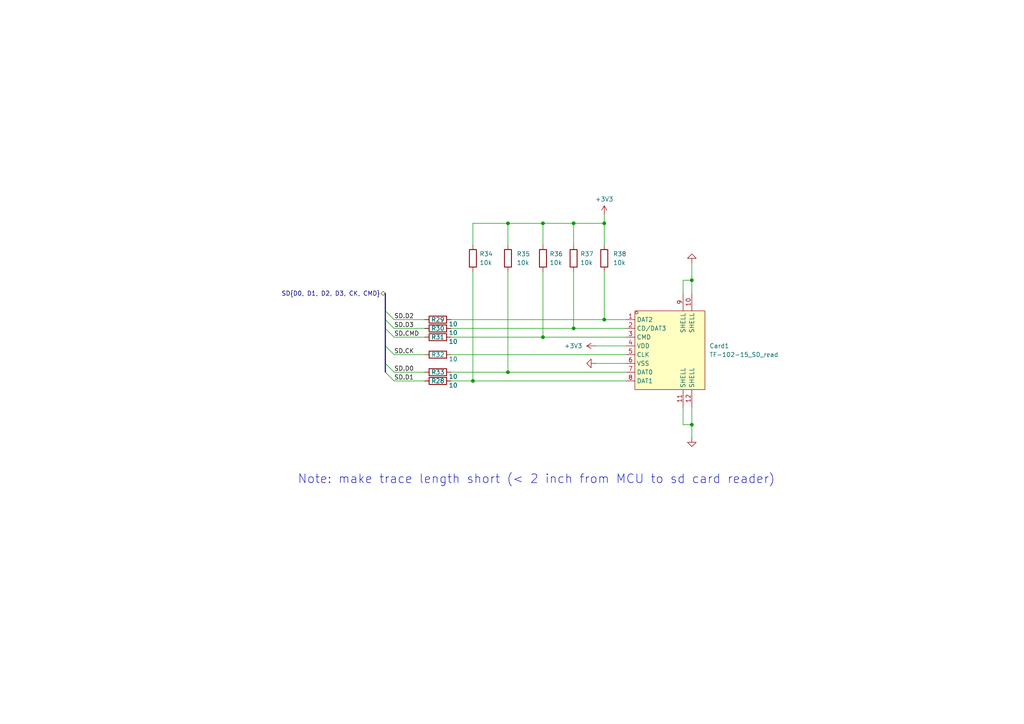
<source format=kicad_sch>
(kicad_sch (version 20250114) (generator "eeschema") (generator_version "9.0")
  (paper "A4")
  (lib_symbols
    (symbol "Device:R" (pin_numbers (hide yes)) (pin_names (offset 0))
      (property "Reference" "R" (at 2.032 0 90))
      (property "Value" "R" (at 0 0 90))
      (symbol "R_0_1"
        (rectangle (start -1.016 -2.54) (end 1.016 2.54) (stroke (width 0.254)))
      )
      (symbol "R_1_1"
        (pin passive line (at 0 3.81 270) (length 1.27) (name "~") (number "1"))
        (pin passive line (at 0 -3.81 90) (length 1.27) (name "~") (number "2"))
      )
    )
    (symbol "aerolotl_custom:TF-102-15_SD_read"
      (property "Reference" "Card" (at 0 21.59 0))
      (property "Value" "TF-102-15_SD_read" (at 0 -21.59 0))
      (symbol "TF-102-15_SD_read_0_1"
        (rectangle (start -10.16 11.43) (end 10.16 -11.43) (fill (type background)))
        (circle (center -9.65 10.92) (radius 0.38))
      )
      (symbol "TF-102-15_SD_read_1_1"
        (pin bidirectional line (at -12.7 8.89 0) (length 2.54) (name "DAT2") (number "1"))
        (pin bidirectional line (at -12.7 6.35 0) (length 2.54) (name "CD/DAT3") (number "2"))
        (pin bidirectional line (at -12.7 3.81 0) (length 2.54) (name "CMD") (number "3"))
        (pin power_in line (at -12.7 1.27 0) (length 2.54) (name "VDD") (number "4"))
        (pin input line (at -12.7 -1.27 0) (length 2.54) (name "CLK") (number "5"))
        (pin power_in line (at -12.7 -3.81 0) (length 2.54) (name "VSS") (number "6"))
        (pin bidirectional line (at -12.7 -6.35 0) (length 2.54) (name "DAT0") (number "7"))
        (pin bidirectional line (at -12.7 -8.89 0) (length 2.54) (name "DAT1") (number "8"))
        (pin passive line (at 3.81 16.51 270) (length 5.08) (name "SHELL") (number "9"))
        (pin passive line (at 3.81 -16.51 90) (length 5.08) (name "SHELL") (number "11"))
        (pin passive line (at 6.35 16.51 270) (length 5.08) (name "SHELL") (number "10"))
        (pin passive line (at 6.35 -16.51 90) (length 5.08) (name "SHELL") (number "12"))
      )
    )
    (symbol "power:+3V3" (power) (pin_numbers (hide yes)) (pin_names (offset 0) (hide yes))
      (property "Value" "+3V3" (at 0 3.556 0))
      (symbol "+3V3_0_1"
        (polyline (pts (xy -0.762 1.27) (xy 0 2.54)))
        (polyline (pts (xy 0 2.54) (xy 0.762 1.27)))
        (polyline (pts (xy 0 0) (xy 0 2.54)))
      )
      (symbol "+3V3_1_1"
        (pin power_in line (at 0 0 90) (length 0) (name "~") (number "1"))
      )
    )
    (symbol "power:GND" (power) (pin_numbers (hide yes)) (pin_names (offset 0) (hide yes))
      (property "Value" "GND" (at 0 -3.81 0))
      (symbol "GND_0_1"
        (polyline (pts (xy 0 0) (xy 0 -1.27) (xy 1.27 -1.27) (xy 0 -2.54) (xy -1.27 -1.27) (xy 0 -1.27)))
      )
      (symbol "GND_1_1"
        (pin power_in line (at 0 0 270) (length 0) (name "~") (number "1"))
      )
    )
  )
  (text "Note: make trace length short (< 2 inch from MCU to sd card reader)" (at 155.575 139.065 0) (effects (font (size 2.54 2.54))))
  (junction (at 157.48 64.77))
  (junction (at 175.26 64.77))
  (junction (at 175.26 92.71))
  (junction (at 157.48 97.79))
  (junction (at 147.32 107.95))
  (junction (at 200.66 123.19))
  (junction (at 147.32 64.77))
  (junction (at 166.37 64.77))
  (junction (at 166.37 95.25))
  (junction (at 137.16 110.49))
  (junction (at 200.66 81.28))
  (bus_entry (at 111.76 95.25) (size 2.54 2.54))
  (bus_entry (at 111.76 107.95) (size 2.54 2.54))
  (bus_entry (at 111.76 92.71) (size 2.54 2.54))
  (bus_entry (at 111.76 105.41) (size 2.54 2.54))
  (bus_entry (at 111.76 100.33) (size 2.54 2.54))
  (bus_entry (at 111.76 90.17) (size 2.54 2.54))
  (wire (pts (xy 166.37 78.74) (xy 166.37 95.25)))
  (wire (pts (xy 175.26 78.74) (xy 175.26 92.71)))
  (wire (pts (xy 137.16 71.12) (xy 137.16 64.77)))
  (wire (pts (xy 175.26 92.71) (xy 181.61 92.71)))
  (wire (pts (xy 198.12 85.09) (xy 198.12 81.28)))
  (wire (pts (xy 147.32 71.12) (xy 147.32 64.77)))
  (wire (pts (xy 175.26 64.77) (xy 175.26 71.12)))
  (wire (pts (xy 137.16 64.77) (xy 147.32 64.77)))
  (wire (pts (xy 166.37 64.77) (xy 175.26 64.77)))
  (wire (pts (xy 114.3 102.87) (xy 123.19 102.87)))
  (wire (pts (xy 130.81 92.71) (xy 175.26 92.71)))
  (wire (pts (xy 200.66 81.28) (xy 200.66 85.09)))
  (wire (pts (xy 157.48 64.77) (xy 166.37 64.77)))
  (wire (pts (xy 147.32 64.77) (xy 157.48 64.77)))
  (wire (pts (xy 114.3 92.71) (xy 123.19 92.71)))
  (wire (pts (xy 130.81 97.79) (xy 157.48 97.79)))
  (wire (pts (xy 172.72 105.41) (xy 181.61 105.41)))
  (wire (pts (xy 137.16 78.74) (xy 137.16 110.49)))
  (wire (pts (xy 114.3 97.79) (xy 123.19 97.79)))
  (wire (pts (xy 200.66 123.19) (xy 200.66 127)))
  (bus (pts (xy 111.76 90.17) (xy 111.76 92.71)))
  (wire (pts (xy 200.66 76.2) (xy 200.66 81.28)))
  (bus (pts (xy 111.76 92.71) (xy 111.76 95.25)))
  (wire (pts (xy 175.26 62.23) (xy 175.26 64.77)))
  (wire (pts (xy 130.81 102.87) (xy 181.61 102.87)))
  (wire (pts (xy 172.72 100.33) (xy 181.61 100.33)))
  (wire (pts (xy 166.37 71.12) (xy 166.37 64.77)))
  (wire (pts (xy 114.3 110.49) (xy 123.19 110.49)))
  (wire (pts (xy 114.3 107.95) (xy 123.19 107.95)))
  (bus (pts (xy 111.76 85.09) (xy 111.76 90.17)))
  (bus (pts (xy 111.76 100.33) (xy 111.76 105.41)))
  (wire (pts (xy 114.3 95.25) (xy 123.19 95.25)))
  (bus (pts (xy 111.76 105.41) (xy 111.76 107.95)))
  (wire (pts (xy 198.12 118.11) (xy 198.12 123.19)))
  (wire (pts (xy 147.32 107.95) (xy 181.61 107.95)))
  (wire (pts (xy 137.16 110.49) (xy 181.61 110.49)))
  (wire (pts (xy 198.12 123.19) (xy 200.66 123.19)))
  (wire (pts (xy 166.37 95.25) (xy 181.61 95.25)))
  (wire (pts (xy 198.12 81.28) (xy 200.66 81.28)))
  (wire (pts (xy 130.81 95.25) (xy 166.37 95.25)))
  (wire (pts (xy 130.81 107.95) (xy 147.32 107.95)))
  (bus (pts (xy 111.76 95.25) (xy 111.76 100.33)))
  (wire (pts (xy 147.32 78.74) (xy 147.32 107.95)))
  (wire (pts (xy 200.66 123.19) (xy 200.66 118.11)))
  (wire (pts (xy 157.48 78.74) (xy 157.48 97.79)))
  (wire (pts (xy 157.48 97.79) (xy 181.61 97.79)))
  (wire (pts (xy 157.48 71.12) (xy 157.48 64.77)))
  (wire (pts (xy 130.81 110.49) (xy 137.16 110.49)))
  (label "SD.CK" (at 114.3 102.87 0))
  (label "SD.D1" (at 114.3 110.49 0))
  (label "SD.D3" (at 114.3 95.25 0))
  (label "SD.CMD" (at 114.3 97.79 0))
  (label "SD.D0" (at 114.3 107.95 0))
  (label "SD.D2" (at 114.3 92.71 0))
  (hierarchical_label "SD{D0, D1, D2, D3, CK, CMD}" (shape bidirectional) (at 111.76 85.09 180))
  (symbol (lib_id "Device:R") (at 147.32 74.93 0) (unit 1)
    (property "Reference" "R35" (at 149.86 73.6599 0) (effects (justify left)))
    (property "Value" "10k" (at 149.86 76.1999 0) (effects (justify left)))
    (property "Description" "Resistor" (effects (hide yes)))
  )
  (symbol (lib_id "Device:R") (at 166.37 74.93 0) (unit 1)
    (property "Reference" "R37" (at 168.275 73.6599 0) (effects (justify left)))
    (property "Value" "10k" (at 168.275 76.1999 0) (effects (justify left)))
    (property "Description" "Resistor" (effects (hide yes)))
  )
  (symbol (lib_id "Device:R") (at 137.16 74.93 0) (unit 1)
    (property "Reference" "R34" (at 139.065 73.6599 0) (effects (justify left)))
    (property "Value" "10k" (at 139.065 76.1999 0) (effects (justify left)))
    (property "Description" "Resistor" (effects (hide yes)))
  )
  (symbol (lib_id "power:GND") (at 200.66 76.2 180) (unit 1)
    (property "Reference" "#PWR083" (effects (hide yes)))
    (property "Value" "GND" (effects (hide yes)))
    (property "Description" "Power symbol creates a global label with name \"GND\" , ground" (effects (hide yes)))
  )
  (symbol (lib_id "Device:R") (at 127 110.49 90) (unit 1)
    (property "Reference" "R28" (at 127 110.49 90))
    (property "Value" "10" (at 131.445 111.76 90))
    (property "Description" "Resistor" (effects (hide yes)))
  )
  (symbol (lib_id "Device:R") (at 157.48 74.93 0) (unit 1)
    (property "Reference" "R36" (at 159.385 73.6599 0) (effects (justify left)))
    (property "Value" "10k" (at 159.385 76.1999 0) (effects (justify left)))
    (property "Description" "Resistor" (effects (hide yes)))
  )
  (symbol (lib_id "power:GND") (at 200.66 127 0) (unit 1)
    (property "Reference" "#PWR084" (effects (hide yes)))
    (property "Value" "GND" (effects (hide yes)))
    (property "Description" "Power symbol creates a global label with name \"GND\" , ground" (effects (hide yes)))
  )
  (symbol (lib_id "power:GND") (at 172.72 105.41 270) (unit 1)
    (property "Reference" "#PWR081" (effects (hide yes)))
    (property "Value" "GND" (effects (hide yes)))
    (property "Description" "Power symbol creates a global label with name \"GND\" , ground" (effects (hide yes)))
  )
  (symbol (lib_id "Device:R") (at 175.26 74.93 0) (unit 1)
    (property "Reference" "R38" (at 177.8 73.6599 0) (effects (justify left)))
    (property "Value" "10k" (at 177.8 76.1999 0) (effects (justify left)))
    (property "Description" "Resistor" (effects (hide yes)))
  )
  (symbol (lib_id "Device:R") (at 127 107.95 90) (unit 1)
    (property "Reference" "R33" (at 127 107.95 90))
    (property "Value" "10" (at 131.445 109.22 90))
    (property "Description" "Resistor" (effects (hide yes)))
  )
  (symbol (lib_id "Device:R") (at 127 92.71 90) (unit 1)
    (property "Reference" "R29" (at 127 92.71 90))
    (property "Value" "10" (at 131.445 93.98 90))
    (property "Description" "Resistor" (effects (hide yes)))
  )
  (symbol (lib_id "aerolotl_custom:TF-102-15_SD_read") (at 194.31 101.6 0) (unit 1)
    (property "Reference" "Card1" (at 205.74 100.3299 0) (effects (justify left)))
    (property "Value" "TF-102-15_SD_read" (at 205.74 102.8699 0) (effects (justify left)))
    (property "Footprint" "aerolotl_custom:TF-SMD_TF-102-15" (effects (hide yes)))
    (property "Datasheet" "https://lcsc.com/product-detail/Connector-Card-Sockets_XUNPU-TF-102-15_C266609.html" (effects (hide yes)))
    (property "LCSC Part" "C266609" (effects (hide yes)))
  )
  (symbol (lib_id "power:+3V3") (at 172.72 100.33 90) (unit 1)
    (property "Reference" "#PWR080" (effects (hide yes)))
    (property "Value" "+3V3" (at 168.91 100.3299 90) (effects (justify left)))
    (property "Description" "Power symbol creates a global label with name \"+3V3\"" (effects (hide yes)))
  )
  (symbol (lib_id "Device:R") (at 127 97.79 90) (unit 1)
    (property "Reference" "R31" (at 127 97.79 90))
    (property "Value" "10" (at 131.445 99.06 90))
    (property "Description" "Resistor" (effects (hide yes)))
  )
  (symbol (lib_id "power:+3V3") (at 175.26 62.23 0) (unit 1)
    (property "Reference" "#PWR082" (effects (hide yes)))
    (property "Value" "+3V3" (at 175.26 57.785 0))
    (property "Description" "Power symbol creates a global label with name \"+3V3\"" (effects (hide yes)))
  )
  (symbol (lib_id "Device:R") (at 127 102.87 90) (unit 1)
    (property "Reference" "R32" (at 127 102.87 90))
    (property "Value" "10" (at 131.445 104.14 90))
    (property "Description" "Resistor" (effects (hide yes)))
  )
  (symbol (lib_id "Device:R") (at 127 95.25 90) (unit 1)
    (property "Reference" "R30" (at 127 95.25 90))
    (property "Value" "10" (at 131.445 96.52 90))
    (property "Description" "Resistor" (effects (hide yes)))
  )
)
</source>
